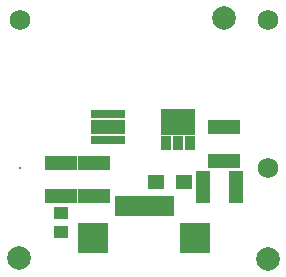
<source format=gts>
G04*
G04 #@! TF.GenerationSoftware,Altium Limited,Altium Designer,23.4.1 (23)*
G04*
G04 Layer_Color=8388736*
%FSLAX44Y44*%
%MOMM*%
G71*
G04*
G04 #@! TF.SameCoordinates,EFB48218-AA6A-4B24-80ED-B411BF601C35*
G04*
G04*
G04 #@! TF.FilePolarity,Negative*
G04*
G01*
G75*
%ADD22C,2.0000*%
%ADD23R,3.0032X1.2032*%
%ADD24R,3.0032X0.7532*%
%ADD25R,1.3532X1.2032*%
%ADD26R,0.9532X1.1532*%
%ADD27R,3.0032X2.2532*%
%ADD28R,2.8032X1.1532*%
%ADD29R,1.2032X1.1032*%
%ADD30R,1.1532X2.8032*%
%ADD31R,2.6032X2.6032*%
%ADD32R,0.5032X1.8032*%
%ADD33R,2.6032X2.6032*%
%ADD34C,1.7272*%
%ADD35C,0.2032*%
%ADD36C,0.6132*%
D22*
X-106250Y-76250D02*
D03*
X67750Y126750D02*
D03*
X104500Y-76750D02*
D03*
D23*
X-30250Y34750D02*
D03*
D24*
Y23500D02*
D03*
Y46000D02*
D03*
D25*
X33500Y-12250D02*
D03*
X10000D02*
D03*
D26*
X39250Y21000D02*
D03*
X29000D02*
D03*
X18750D02*
D03*
D27*
X29000Y38500D02*
D03*
D28*
X67750Y34250D02*
D03*
Y6250D02*
D03*
X-42750Y4250D02*
D03*
Y-23750D02*
D03*
X-70750Y4250D02*
D03*
Y-23750D02*
D03*
D29*
X-70250Y-38000D02*
D03*
Y-54000D02*
D03*
D30*
X77500Y-15750D02*
D03*
X49500D02*
D03*
D31*
X-43495Y-59010D02*
D03*
D32*
X22505Y-32510D02*
D03*
X17505D02*
D03*
X12505D02*
D03*
X7505D02*
D03*
X2505D02*
D03*
X-2495D02*
D03*
X-7495D02*
D03*
X-12495D02*
D03*
X-17495D02*
D03*
X-22495D02*
D03*
D33*
X43495Y-59010D02*
D03*
D34*
X105000Y0D02*
D03*
Y125000D02*
D03*
X-105000D02*
D03*
D35*
Y0D02*
D03*
D36*
X-19500Y23500D02*
D03*
X-30250D02*
D03*
X-41250Y23750D02*
D03*
X-40000Y34000D02*
D03*
X-30000Y36000D02*
D03*
X-20000Y34000D02*
D03*
X18000Y43000D02*
D03*
X29000D02*
D03*
X40000D02*
D03*
Y33000D02*
D03*
X29000D02*
D03*
X18000D02*
D03*
M02*

</source>
